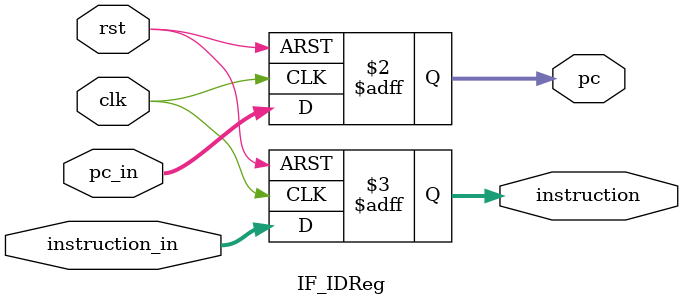
<source format=v>
`timescale 1ns/1ns

module IF_IDReg (input clk, rst,input[31: 0] pc_in, instruction_in,
              output reg [31: 0] pc, instruction);

  always @ (posedge clk, posedge rst) begin
    if (rst) begin
      pc <= 0;
      instruction <= 0;
    end
    else if (clk) begin
        instruction <= instruction_in;
        pc <= pc_in;
      end
    end
endmodule 


</source>
